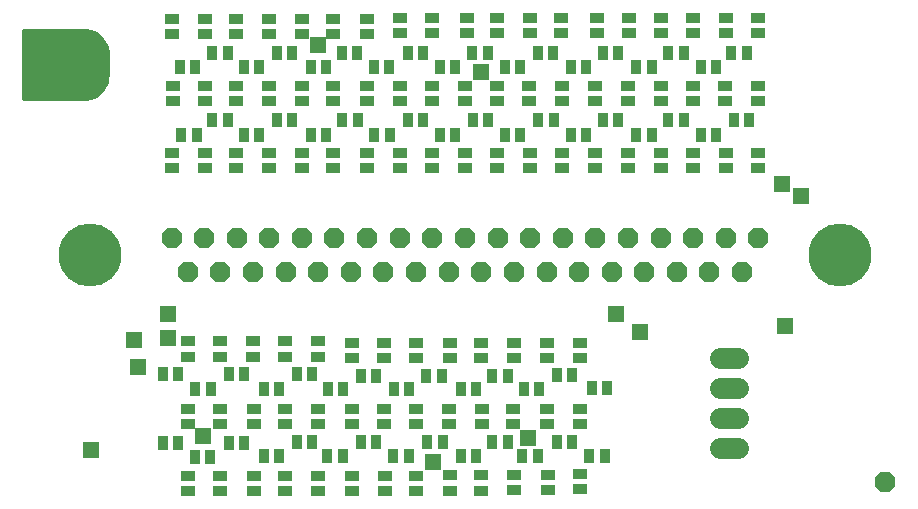
<source format=gts>
G75*
%MOIN*%
%OFA0B0*%
%FSLAX25Y25*%
%IPPOS*%
%LPD*%
%AMOC8*
5,1,8,0,0,1.08239X$1,22.5*
%
%ADD10C,0.01600*%
%ADD11OC8,0.06984*%
%ADD12C,0.20984*%
%ADD13R,0.04528X0.03740*%
%ADD14R,0.03740X0.04528*%
%ADD15C,0.06984*%
%ADD16R,0.05346X0.05346*%
D10*
X0018705Y0146264D02*
X0018705Y0168764D01*
X0038331Y0168764D01*
X0039562Y0168667D01*
X0040764Y0168378D01*
X0041905Y0167906D01*
X0042959Y0167260D01*
X0043898Y0166458D01*
X0044701Y0165518D01*
X0045347Y0164464D01*
X0045819Y0163323D01*
X0046108Y0162122D01*
X0046205Y0160890D01*
X0046205Y0154138D01*
X0046108Y0152906D01*
X0045819Y0151705D01*
X0045347Y0150563D01*
X0044701Y0149510D01*
X0043898Y0148570D01*
X0042959Y0147768D01*
X0041905Y0147122D01*
X0040764Y0146649D01*
X0039562Y0146361D01*
X0038331Y0146264D01*
X0018705Y0146264D01*
X0018705Y0147500D02*
X0042522Y0147500D01*
X0044350Y0149098D02*
X0018705Y0149098D01*
X0018705Y0150697D02*
X0045402Y0150697D01*
X0045961Y0152295D02*
X0018705Y0152295D01*
X0018705Y0153894D02*
X0046186Y0153894D01*
X0046205Y0155492D02*
X0018705Y0155492D01*
X0018705Y0157091D02*
X0046205Y0157091D01*
X0046205Y0158689D02*
X0018705Y0158689D01*
X0018705Y0160288D02*
X0046205Y0160288D01*
X0046126Y0161886D02*
X0018705Y0161886D01*
X0018705Y0163485D02*
X0045752Y0163485D01*
X0044967Y0165083D02*
X0018705Y0165083D01*
X0018705Y0166682D02*
X0043636Y0166682D01*
X0041000Y0168280D02*
X0018705Y0168280D01*
D11*
X0067788Y0099549D03*
X0078688Y0099549D03*
X0089488Y0099549D03*
X0100388Y0099549D03*
X0111288Y0099549D03*
X0122088Y0099549D03*
X0132988Y0099549D03*
X0143888Y0099549D03*
X0154688Y0099549D03*
X0165588Y0099549D03*
X0176488Y0099549D03*
X0187288Y0099549D03*
X0198188Y0099549D03*
X0209088Y0099549D03*
X0219988Y0099549D03*
X0230788Y0099549D03*
X0241688Y0099549D03*
X0252588Y0099549D03*
X0263388Y0099549D03*
X0257988Y0088349D03*
X0247088Y0088349D03*
X0236288Y0088349D03*
X0225388Y0088349D03*
X0214488Y0088349D03*
X0203688Y0088349D03*
X0192788Y0088349D03*
X0181888Y0088349D03*
X0170988Y0088349D03*
X0160188Y0088349D03*
X0149288Y0088349D03*
X0138388Y0088349D03*
X0127588Y0088349D03*
X0116688Y0088349D03*
X0105788Y0088349D03*
X0094988Y0088349D03*
X0084088Y0088349D03*
X0073188Y0088349D03*
X0305457Y0018351D03*
D12*
X0290588Y0093949D03*
X0040588Y0093949D03*
D13*
X0073143Y0065226D03*
X0073143Y0060108D03*
X0083994Y0060108D03*
X0083994Y0065226D03*
X0095094Y0065226D03*
X0095094Y0060108D03*
X0105696Y0060108D03*
X0105696Y0065226D03*
X0116547Y0065226D03*
X0116547Y0060108D03*
X0127792Y0059714D03*
X0127792Y0064832D03*
X0138643Y0064832D03*
X0138643Y0059714D03*
X0149389Y0059714D03*
X0149389Y0064832D03*
X0160490Y0064832D03*
X0160490Y0059714D03*
X0170947Y0059714D03*
X0170947Y0064832D03*
X0181943Y0064832D03*
X0181943Y0059714D03*
X0192794Y0059714D03*
X0192794Y0064832D03*
X0203789Y0064832D03*
X0203789Y0059714D03*
X0203789Y0042813D03*
X0203789Y0037695D03*
X0192794Y0037695D03*
X0192794Y0042813D03*
X0181693Y0042813D03*
X0181693Y0037695D03*
X0171235Y0037695D03*
X0171235Y0042813D03*
X0160135Y0042813D03*
X0160135Y0037695D03*
X0149389Y0037695D03*
X0149389Y0042813D03*
X0138643Y0042813D03*
X0138643Y0037695D03*
X0127792Y0037551D03*
X0127792Y0042669D03*
X0116691Y0042669D03*
X0116691Y0037551D03*
X0105696Y0037551D03*
X0105696Y0042669D03*
X0095239Y0042669D03*
X0095239Y0037551D03*
X0083888Y0037695D03*
X0083888Y0042813D03*
X0073143Y0042813D03*
X0073143Y0037695D03*
X0073143Y0020401D03*
X0073143Y0015283D03*
X0083994Y0015283D03*
X0083994Y0020401D03*
X0095239Y0020401D03*
X0095239Y0015283D03*
X0105696Y0015283D03*
X0105696Y0020401D03*
X0116691Y0020401D03*
X0116691Y0015283D03*
X0127792Y0015283D03*
X0127792Y0020401D03*
X0139076Y0020401D03*
X0139076Y0015283D03*
X0149283Y0015283D03*
X0149283Y0020401D03*
X0160528Y0020650D03*
X0160528Y0015532D03*
X0170986Y0015532D03*
X0170986Y0020650D03*
X0182087Y0020794D03*
X0182087Y0015676D03*
X0193187Y0015676D03*
X0193187Y0020794D03*
X0203789Y0021044D03*
X0203789Y0015926D03*
X0209088Y0122896D03*
X0209088Y0128014D03*
X0219901Y0128014D03*
X0219901Y0122896D03*
X0230963Y0122896D03*
X0230963Y0128014D03*
X0241526Y0128014D03*
X0241526Y0122896D03*
X0252588Y0122896D03*
X0252588Y0128014D03*
X0263401Y0128014D03*
X0263401Y0122896D03*
X0263151Y0145414D03*
X0263151Y0150532D03*
X0252194Y0150532D03*
X0252194Y0145414D03*
X0241526Y0145414D03*
X0241526Y0150532D03*
X0230963Y0150532D03*
X0230963Y0145414D03*
X0219901Y0145414D03*
X0219901Y0150532D03*
X0209088Y0150532D03*
X0209088Y0145414D03*
X0197882Y0145414D03*
X0197882Y0150532D03*
X0186820Y0150532D03*
X0186820Y0145414D03*
X0176401Y0145414D03*
X0176401Y0150532D03*
X0165588Y0150532D03*
X0165588Y0145414D03*
X0154526Y0145414D03*
X0154526Y0150532D03*
X0143963Y0150532D03*
X0143963Y0145414D03*
X0132901Y0145414D03*
X0132901Y0150532D03*
X0121694Y0150532D03*
X0121694Y0145414D03*
X0111420Y0145414D03*
X0111420Y0150532D03*
X0100213Y0150532D03*
X0100213Y0145414D03*
X0089401Y0145414D03*
X0089401Y0150532D03*
X0078982Y0150532D03*
X0078982Y0145414D03*
X0068313Y0145414D03*
X0068313Y0150532D03*
X0068025Y0167683D03*
X0068025Y0172801D03*
X0078982Y0172657D03*
X0078982Y0167539D03*
X0089401Y0167683D03*
X0089401Y0172801D03*
X0100213Y0172657D03*
X0100213Y0167539D03*
X0111420Y0167683D03*
X0111420Y0172801D03*
X0121694Y0172801D03*
X0121694Y0167683D03*
X0132901Y0167683D03*
X0132901Y0172801D03*
X0143963Y0173194D03*
X0143963Y0168076D03*
X0154526Y0168076D03*
X0154526Y0173194D03*
X0166126Y0173194D03*
X0166126Y0168076D03*
X0176401Y0168076D03*
X0176401Y0173194D03*
X0187213Y0173194D03*
X0187213Y0168076D03*
X0197488Y0168076D03*
X0197488Y0173194D03*
X0209482Y0173194D03*
X0209482Y0168076D03*
X0220294Y0168076D03*
X0220294Y0173194D03*
X0230963Y0173194D03*
X0230963Y0168076D03*
X0241526Y0168076D03*
X0241526Y0173194D03*
X0252588Y0173194D03*
X0252588Y0168076D03*
X0263151Y0168076D03*
X0263151Y0173194D03*
X0197882Y0128014D03*
X0197882Y0122896D03*
X0187213Y0122896D03*
X0187213Y0128014D03*
X0176401Y0128014D03*
X0176401Y0122896D03*
X0165588Y0122896D03*
X0165588Y0128014D03*
X0154526Y0128014D03*
X0154526Y0122896D03*
X0143963Y0122896D03*
X0143963Y0128014D03*
X0132901Y0128014D03*
X0132901Y0122896D03*
X0121694Y0122896D03*
X0121694Y0128014D03*
X0111420Y0128014D03*
X0111420Y0122896D03*
X0100272Y0122955D03*
X0100272Y0128073D03*
X0089401Y0128073D03*
X0089401Y0122955D03*
X0078982Y0122955D03*
X0078982Y0128073D03*
X0067920Y0128073D03*
X0067920Y0122955D03*
D14*
X0071017Y0134155D03*
X0076135Y0134155D03*
X0081435Y0138880D03*
X0086554Y0138880D03*
X0091854Y0134155D03*
X0096972Y0134155D03*
X0102917Y0138880D03*
X0108035Y0138880D03*
X0114267Y0134155D03*
X0119385Y0134155D03*
X0124686Y0138880D03*
X0129804Y0138880D03*
X0135354Y0134155D03*
X0140472Y0134155D03*
X0146561Y0138880D03*
X0151679Y0138880D03*
X0157229Y0134155D03*
X0162347Y0134155D03*
X0168186Y0138880D03*
X0173304Y0138880D03*
X0178998Y0134155D03*
X0184117Y0134155D03*
X0190061Y0138880D03*
X0195179Y0138880D03*
X0200873Y0134155D03*
X0205991Y0134155D03*
X0211542Y0138880D03*
X0216660Y0138880D03*
X0222748Y0134155D03*
X0227866Y0134155D03*
X0233417Y0138880D03*
X0238535Y0138880D03*
X0244229Y0134155D03*
X0249347Y0134155D03*
X0255186Y0138880D03*
X0260304Y0138880D03*
X0249347Y0156673D03*
X0244229Y0156673D03*
X0238535Y0161398D03*
X0233417Y0161398D03*
X0227866Y0156673D03*
X0222748Y0156673D03*
X0216660Y0161398D03*
X0211542Y0161398D03*
X0205991Y0156673D03*
X0200873Y0156673D03*
X0195035Y0161398D03*
X0189917Y0161398D03*
X0183972Y0156673D03*
X0178854Y0156673D03*
X0173160Y0161398D03*
X0168042Y0161398D03*
X0162347Y0156673D03*
X0157229Y0156673D03*
X0151679Y0161398D03*
X0146561Y0161398D03*
X0140328Y0156673D03*
X0135210Y0156673D03*
X0129660Y0161398D03*
X0124542Y0161398D03*
X0119241Y0156673D03*
X0114123Y0156673D03*
X0108035Y0161398D03*
X0102917Y0161398D03*
X0096972Y0156673D03*
X0091854Y0156673D03*
X0086554Y0161398D03*
X0081435Y0161398D03*
X0075741Y0156673D03*
X0070623Y0156673D03*
X0254398Y0161398D03*
X0259517Y0161398D03*
X0201297Y0053967D03*
X0196179Y0053967D03*
X0190446Y0049492D03*
X0185328Y0049492D03*
X0179844Y0053823D03*
X0174726Y0053823D03*
X0169387Y0049492D03*
X0164269Y0049492D03*
X0157892Y0053823D03*
X0152774Y0053823D03*
X0147041Y0049492D03*
X0141923Y0049492D03*
X0136046Y0053823D03*
X0130928Y0053823D03*
X0125050Y0049492D03*
X0119932Y0049492D03*
X0114593Y0054217D03*
X0109475Y0054217D03*
X0103598Y0049492D03*
X0098480Y0049492D03*
X0092103Y0054217D03*
X0086985Y0054217D03*
X0080858Y0049492D03*
X0075740Y0049492D03*
X0070113Y0054217D03*
X0064994Y0054217D03*
X0064994Y0031410D03*
X0070113Y0031410D03*
X0075635Y0026686D03*
X0080753Y0026686D03*
X0086985Y0031410D03*
X0092103Y0031410D03*
X0098480Y0027080D03*
X0103598Y0027080D03*
X0109475Y0031660D03*
X0114593Y0031660D03*
X0119683Y0026935D03*
X0124801Y0026935D03*
X0130928Y0031660D03*
X0136046Y0031660D03*
X0141673Y0026935D03*
X0146791Y0026935D03*
X0153062Y0031660D03*
X0158180Y0031660D03*
X0164307Y0026935D03*
X0169425Y0026935D03*
X0174765Y0031660D03*
X0179883Y0031660D03*
X0184684Y0026935D03*
X0189802Y0026935D03*
X0196323Y0031660D03*
X0201441Y0031660D03*
X0207069Y0026935D03*
X0212187Y0026935D03*
X0212974Y0049636D03*
X0207856Y0049636D03*
D15*
X0250469Y0049807D02*
X0256469Y0049807D01*
X0256469Y0039807D02*
X0250469Y0039807D01*
X0250469Y0029807D02*
X0256469Y0029807D01*
X0256469Y0059807D02*
X0250469Y0059807D01*
D16*
X0040870Y0029059D03*
X0078272Y0033783D03*
X0056618Y0056618D03*
X0055437Y0065673D03*
X0066461Y0066461D03*
X0066461Y0074335D03*
X0155043Y0025122D03*
X0186539Y0032996D03*
X0223941Y0068429D03*
X0216067Y0074335D03*
X0272366Y0070398D03*
X0277484Y0113705D03*
X0271185Y0117642D03*
X0170791Y0155043D03*
X0116461Y0164098D03*
M02*

</source>
